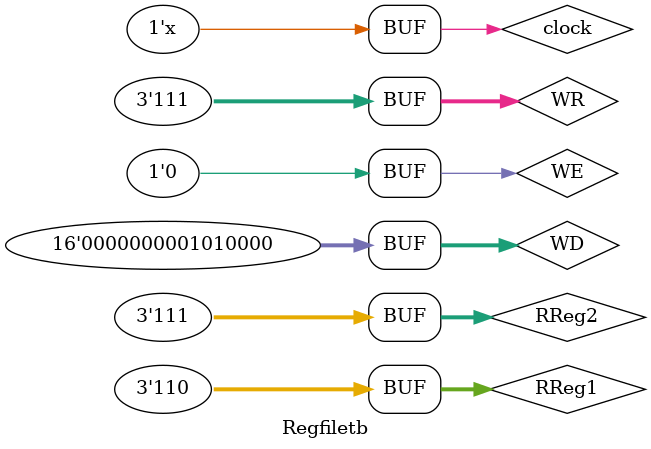
<source format=v>
`timescale 1ns / 1ps


module Regfiletb;

	// Inputs
	reg clock;
	reg [2:0] RReg1;
	reg [2:0] RReg2;
	reg [2:0] WR;
	reg WE;
	reg [15:0] WD;

	// Outputs
	wire [15:0] RRead1;
	wire [15:0] RRead2;

	// Instantiate the Unit Under Test (UUT)
	Regfile uut (
		.clock(clock), 
		.RReg1(RReg1), 
		.RReg2(RReg2), 
		.WR(WR), 
		.WE(WE), 
		.WD(WD), 
		.RRead1(RRead1), 
		.RRead2(RRead2)
	);

	initial begin
		// Initialize Inputs
		clock = 0;
		RReg1 = 0;
		RReg2 = 0;
		WR = 0;
		WE = 0;
		WD = 0;

		// Wait 100 ns for global reset to finish
		#100;
      
		// Add stimulus here
		WD = 10;
		WR = 0;
		WE = 1;
		#100;
		WD = 20;
		WR = 1;
		WE = 1;
		#100;
		WD = 30;
		WR = 2;
		WE = 1;
		#100;
		WD = 40;
		WR = 3;
		WE = 1;
		#100;
		WD = 50;
		WR = 4;
		WE = 1;
		#100;
		WD = 60;
		WR = 5;
		WE = 1;
		#100;
		WD = 70;
		WR = 6;
		WE = 1;
		#100;
		WD = 80;
		WR = 7;
		WE = 1;
		#100;	
		WE=0;
		RReg1=0;
		RReg2=1;
		#100;
		RReg1=2;
		RReg2=3;
		#100;
		RReg1=4;
		RReg2=5;
		#100;
		RReg1=6;
		RReg2=7;		
		
	end
	always #50 clock = ~clock;
      
endmodule


</source>
